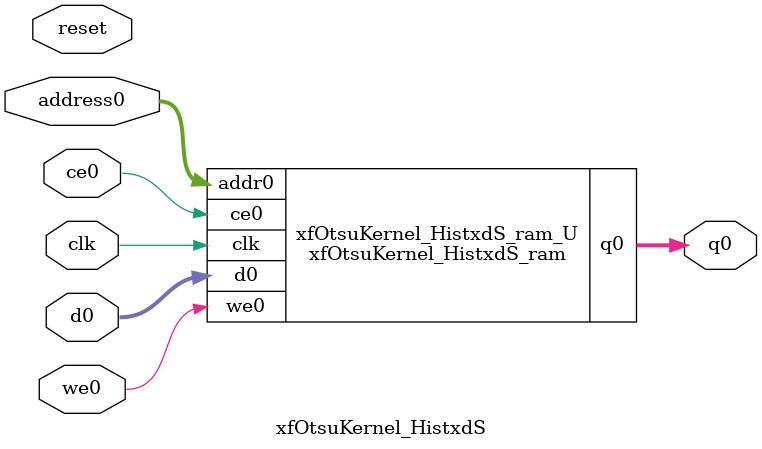
<source format=v>
`timescale 1 ns / 1 ps
module xfOtsuKernel_HistxdS_ram (addr0, ce0, d0, we0, q0,  clk);

parameter DWIDTH = 33;
parameter AWIDTH = 8;
parameter MEM_SIZE = 256;

input[AWIDTH-1:0] addr0;
input ce0;
input[DWIDTH-1:0] d0;
input we0;
output reg[DWIDTH-1:0] q0;
input clk;

(* ram_style = "block" *)reg [DWIDTH-1:0] ram[0:MEM_SIZE-1];




always @(posedge clk)  
begin 
    if (ce0) begin
        if (we0) 
            ram[addr0] <= d0; 
        q0 <= ram[addr0];
    end
end


endmodule

`timescale 1 ns / 1 ps
module xfOtsuKernel_HistxdS(
    reset,
    clk,
    address0,
    ce0,
    we0,
    d0,
    q0);

parameter DataWidth = 32'd33;
parameter AddressRange = 32'd256;
parameter AddressWidth = 32'd8;
input reset;
input clk;
input[AddressWidth - 1:0] address0;
input ce0;
input we0;
input[DataWidth - 1:0] d0;
output[DataWidth - 1:0] q0;



xfOtsuKernel_HistxdS_ram xfOtsuKernel_HistxdS_ram_U(
    .clk( clk ),
    .addr0( address0 ),
    .ce0( ce0 ),
    .we0( we0 ),
    .d0( d0 ),
    .q0( q0 ));

endmodule


</source>
